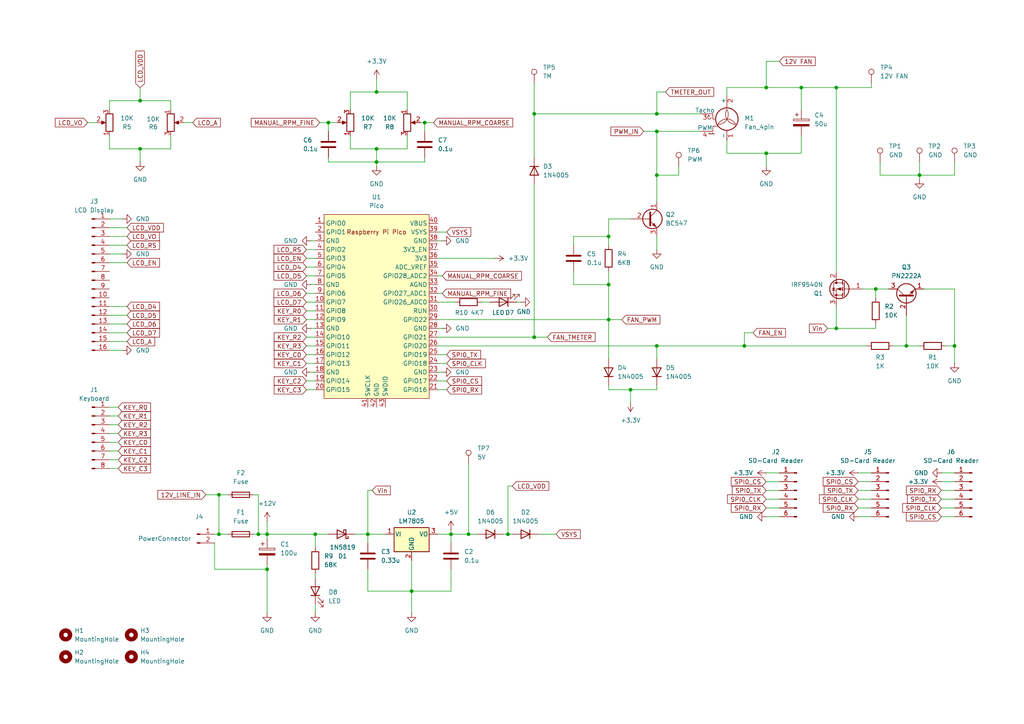
<source format=kicad_sch>
(kicad_sch (version 20231120) (generator "eeschema") (generator_version "8.0")
  (paper "A4")
  (junction (at 77.47 154.94))
  (junction (at 63.5 154.94))
  (junction (at 176.53 92.71))
  (junction (at 254 83.82))
  (junction (at 40.64 43.18))
  (junction (at 109.22 26.67))
  (junction (at 123.19 35.56))
  (junction (at 232.41 25.4))
  (junction (at 91.44 154.94))
  (junction (at 190.5 100.33))
  (junction (at 176.53 82.55))
  (junction (at 106.68 154.94))
  (junction (at 63.5 143.51))
  (junction (at 215.9 100.33))
  (junction (at 77.47 165.1))
  (junction (at 190.5 38.1))
  (junction (at 154.94 97.79))
  (junction (at 242.57 95.25))
  (junction (at 190.5 33.02))
  (junction (at 276.86 100.33))
  (junction (at 266.7 50.8))
  (junction (at 190.5 50.8))
  (junction (at 242.57 25.4))
  (junction (at 262.89 100.33))
  (junction (at 176.53 68.58))
  (junction (at 147.32 154.94))
  (junction (at 222.25 44.45))
  (junction (at 95.25 35.56))
  (junction (at 109.22 46.99))
  (junction (at 182.88 113.03))
  (junction (at 40.64 29.21))
  (junction (at 130.81 154.94))
  (junction (at 135.89 154.94))
  (junction (at 74.93 154.94))
  (junction (at 109.22 43.18))
  (junction (at 222.25 25.4))
  (junction (at 154.94 33.02))
  (junction (at 119.38 171.45))
  (wire (pts (xy 255.27 50.8) (xy 266.7 50.8)))
  (wire (pts (xy 90.17 95.25) (xy 91.44 95.25)))
  (wire (pts (xy 106.68 142.24) (xy 106.68 154.94)))
  (wire (pts (xy 248.92 137.16) (xy 252.73 137.16)))
  (wire (pts (xy 242.57 25.4) (xy 232.41 25.4)))
  (wire (pts (xy 248.92 144.78) (xy 252.73 144.78)))
  (wire (pts (xy 166.37 68.58) (xy 176.53 68.58)))
  (wire (pts (xy 118.11 26.67) (xy 118.11 31.75)))
  (wire (pts (xy 222.25 137.16) (xy 226.06 137.16)))
  (wire (pts (xy 222.25 139.7) (xy 226.06 139.7)))
  (wire (pts (xy 31.75 73.66) (xy 35.56 73.66)))
  (wire (pts (xy 73.66 154.94) (xy 74.93 154.94)))
  (wire (pts (xy 62.23 154.94) (xy 63.5 154.94)))
  (wire (pts (xy 252.73 24.13) (xy 252.73 25.4)))
  (wire (pts (xy 63.5 154.94) (xy 66.04 154.94)))
  (wire (pts (xy 193.04 26.67) (xy 190.5 26.67)))
  (wire (pts (xy 127 102.87) (xy 129.54 102.87)))
  (wire (pts (xy 254 83.82) (xy 254 86.36)))
  (wire (pts (xy 273.05 139.7) (xy 276.86 139.7)))
  (wire (pts (xy 176.53 68.58) (xy 176.53 71.12)))
  (wire (pts (xy 121.92 35.56) (xy 123.19 35.56)))
  (wire (pts (xy 31.75 91.44) (xy 36.83 91.44)))
  (wire (pts (xy 252.73 25.4) (xy 242.57 25.4)))
  (wire (pts (xy 127 92.71) (xy 176.53 92.71)))
  (wire (pts (xy 62.23 157.48) (xy 62.23 165.1)))
  (wire (pts (xy 273.05 144.78) (xy 276.86 144.78)))
  (wire (pts (xy 190.5 33.02) (xy 203.2 33.02)))
  (wire (pts (xy 186.69 38.1) (xy 190.5 38.1)))
  (wire (pts (xy 242.57 78.74) (xy 242.57 25.4)))
  (wire (pts (xy 196.85 50.8) (xy 190.5 50.8)))
  (wire (pts (xy 218.44 96.52) (xy 215.9 96.52)))
  (wire (pts (xy 210.82 27.94) (xy 210.82 25.4)))
  (wire (pts (xy 215.9 96.52) (xy 215.9 100.33)))
  (wire (pts (xy 95.25 45.72) (xy 95.25 46.99)))
  (wire (pts (xy 240.03 95.25) (xy 242.57 95.25)))
  (wire (pts (xy 109.22 46.99) (xy 123.19 46.99)))
  (wire (pts (xy 59.69 143.51) (xy 63.5 143.51)))
  (wire (pts (xy 88.9 92.71) (xy 91.44 92.71)))
  (wire (pts (xy 262.89 91.44) (xy 262.89 100.33)))
  (wire (pts (xy 267.97 83.82) (xy 276.86 83.82)))
  (wire (pts (xy 109.22 43.18) (xy 118.11 43.18)))
  (wire (pts (xy 88.9 90.17) (xy 91.44 90.17)))
  (wire (pts (xy 127 97.79) (xy 154.94 97.79)))
  (wire (pts (xy 266.7 46.99) (xy 266.7 50.8)))
  (wire (pts (xy 77.47 163.83) (xy 77.47 165.1)))
  (wire (pts (xy 88.9 102.87) (xy 91.44 102.87)))
  (wire (pts (xy 88.9 113.03) (xy 91.44 113.03)))
  (wire (pts (xy 109.22 22.86) (xy 109.22 26.67)))
  (wire (pts (xy 31.75 118.11) (xy 34.29 118.11)))
  (wire (pts (xy 31.75 99.06) (xy 36.83 99.06)))
  (wire (pts (xy 215.9 100.33) (xy 251.46 100.33)))
  (wire (pts (xy 106.68 154.94) (xy 111.76 154.94)))
  (wire (pts (xy 77.47 154.94) (xy 77.47 156.21)))
  (wire (pts (xy 222.25 149.86) (xy 226.06 149.86)))
  (wire (pts (xy 106.68 165.1) (xy 106.68 171.45)))
  (wire (pts (xy 40.64 25.4) (xy 40.64 29.21)))
  (wire (pts (xy 77.47 154.94) (xy 77.47 151.13)))
  (wire (pts (xy 182.88 63.5) (xy 176.53 63.5)))
  (wire (pts (xy 31.75 39.37) (xy 31.75 43.18)))
  (wire (pts (xy 166.37 82.55) (xy 176.53 82.55)))
  (wire (pts (xy 222.25 142.24) (xy 226.06 142.24)))
  (wire (pts (xy 31.75 63.5) (xy 35.56 63.5)))
  (wire (pts (xy 91.44 154.94) (xy 95.25 154.94)))
  (wire (pts (xy 92.71 35.56) (xy 95.25 35.56)))
  (wire (pts (xy 127 74.93) (xy 143.51 74.93)))
  (wire (pts (xy 262.89 100.33) (xy 266.7 100.33)))
  (wire (pts (xy 222.25 17.78) (xy 222.25 25.4)))
  (wire (pts (xy 53.34 35.56) (xy 55.88 35.56)))
  (wire (pts (xy 176.53 92.71) (xy 176.53 104.14)))
  (wire (pts (xy 123.19 45.72) (xy 123.19 46.99)))
  (wire (pts (xy 90.17 107.95) (xy 91.44 107.95)))
  (wire (pts (xy 109.22 43.18) (xy 109.22 46.99)))
  (wire (pts (xy 102.87 154.94) (xy 106.68 154.94)))
  (wire (pts (xy 210.82 25.4) (xy 222.25 25.4)))
  (wire (pts (xy 107.95 142.24) (xy 106.68 142.24)))
  (wire (pts (xy 182.88 116.84) (xy 182.88 113.03)))
  (wire (pts (xy 274.32 100.33) (xy 276.86 100.33)))
  (wire (pts (xy 148.59 140.97) (xy 147.32 140.97)))
  (wire (pts (xy 266.7 50.8) (xy 266.7 52.07)))
  (wire (pts (xy 106.68 171.45) (xy 119.38 171.45)))
  (wire (pts (xy 146.05 154.94) (xy 147.32 154.94)))
  (wire (pts (xy 31.75 76.2) (xy 36.83 76.2)))
  (wire (pts (xy 95.25 35.56) (xy 95.25 38.1)))
  (wire (pts (xy 31.75 43.18) (xy 40.64 43.18)))
  (wire (pts (xy 127 100.33) (xy 190.5 100.33)))
  (wire (pts (xy 91.44 175.26) (xy 91.44 177.8)))
  (wire (pts (xy 118.11 43.18) (xy 118.11 39.37)))
  (wire (pts (xy 127 154.94) (xy 130.81 154.94)))
  (wire (pts (xy 190.5 113.03) (xy 182.88 113.03)))
  (wire (pts (xy 127 85.09) (xy 128.27 85.09)))
  (wire (pts (xy 276.86 83.82) (xy 276.86 100.33)))
  (wire (pts (xy 222.25 25.4) (xy 232.41 25.4)))
  (wire (pts (xy 222.25 144.78) (xy 226.06 144.78)))
  (wire (pts (xy 176.53 82.55) (xy 176.53 92.71)))
  (wire (pts (xy 250.19 83.82) (xy 254 83.82)))
  (wire (pts (xy 127 110.49) (xy 129.54 110.49)))
  (wire (pts (xy 190.5 100.33) (xy 215.9 100.33)))
  (wire (pts (xy 101.6 39.37) (xy 101.6 43.18)))
  (wire (pts (xy 255.27 46.99) (xy 255.27 50.8)))
  (wire (pts (xy 31.75 128.27) (xy 34.29 128.27)))
  (wire (pts (xy 119.38 162.56) (xy 119.38 171.45)))
  (wire (pts (xy 127 95.25) (xy 128.27 95.25)))
  (wire (pts (xy 127 69.85) (xy 128.27 69.85)))
  (wire (pts (xy 149.86 87.63) (xy 151.13 87.63)))
  (wire (pts (xy 88.9 97.79) (xy 91.44 97.79)))
  (wire (pts (xy 95.25 35.56) (xy 97.79 35.56)))
  (wire (pts (xy 90.17 69.85) (xy 91.44 69.85)))
  (wire (pts (xy 77.47 165.1) (xy 77.47 177.8)))
  (wire (pts (xy 176.53 63.5) (xy 176.53 68.58)))
  (wire (pts (xy 276.86 50.8) (xy 266.7 50.8)))
  (wire (pts (xy 130.81 154.94) (xy 130.81 157.48)))
  (wire (pts (xy 31.75 135.89) (xy 34.29 135.89)))
  (wire (pts (xy 226.06 17.78) (xy 222.25 17.78)))
  (wire (pts (xy 31.75 130.81) (xy 34.29 130.81)))
  (wire (pts (xy 190.5 38.1) (xy 203.2 38.1)))
  (wire (pts (xy 91.44 154.94) (xy 91.44 158.75)))
  (wire (pts (xy 273.05 149.86) (xy 276.86 149.86)))
  (wire (pts (xy 273.05 142.24) (xy 276.86 142.24)))
  (wire (pts (xy 74.93 154.94) (xy 77.47 154.94)))
  (wire (pts (xy 95.25 46.99) (xy 109.22 46.99)))
  (wire (pts (xy 90.17 82.55) (xy 91.44 82.55)))
  (wire (pts (xy 119.38 171.45) (xy 130.81 171.45)))
  (wire (pts (xy 248.92 149.86) (xy 252.73 149.86)))
  (wire (pts (xy 130.81 154.94) (xy 130.81 153.67)))
  (wire (pts (xy 88.9 80.01) (xy 91.44 80.01)))
  (wire (pts (xy 154.94 97.79) (xy 158.75 97.79)))
  (wire (pts (xy 106.68 154.94) (xy 106.68 157.48)))
  (wire (pts (xy 147.32 140.97) (xy 147.32 154.94)))
  (wire (pts (xy 31.75 31.75) (xy 31.75 29.21)))
  (wire (pts (xy 176.53 92.71) (xy 180.34 92.71)))
  (wire (pts (xy 88.9 110.49) (xy 91.44 110.49)))
  (wire (pts (xy 130.81 165.1) (xy 130.81 171.45)))
  (wire (pts (xy 222.25 147.32) (xy 226.06 147.32)))
  (wire (pts (xy 127 105.41) (xy 129.54 105.41)))
  (wire (pts (xy 147.32 154.94) (xy 148.59 154.94)))
  (wire (pts (xy 88.9 100.33) (xy 91.44 100.33)))
  (wire (pts (xy 88.9 87.63) (xy 91.44 87.63)))
  (wire (pts (xy 31.75 71.12) (xy 36.83 71.12)))
  (wire (pts (xy 25.4 35.56) (xy 27.94 35.56)))
  (wire (pts (xy 40.64 29.21) (xy 49.53 29.21)))
  (wire (pts (xy 127 80.01) (xy 128.27 80.01)))
  (wire (pts (xy 31.75 68.58) (xy 36.83 68.58)))
  (wire (pts (xy 196.85 48.26) (xy 196.85 50.8)))
  (wire (pts (xy 66.04 143.51) (xy 63.5 143.51)))
  (wire (pts (xy 31.75 133.35) (xy 34.29 133.35)))
  (wire (pts (xy 88.9 77.47) (xy 91.44 77.47)))
  (wire (pts (xy 88.9 85.09) (xy 91.44 85.09)))
  (wire (pts (xy 210.82 40.64) (xy 210.82 44.45)))
  (wire (pts (xy 31.75 66.04) (xy 36.83 66.04)))
  (wire (pts (xy 273.05 147.32) (xy 276.86 147.32)))
  (wire (pts (xy 31.75 29.21) (xy 40.64 29.21)))
  (wire (pts (xy 248.92 142.24) (xy 252.73 142.24)))
  (wire (pts (xy 127 107.95) (xy 128.27 107.95)))
  (wire (pts (xy 63.5 143.51) (xy 63.5 154.94)))
  (wire (pts (xy 119.38 171.45) (xy 119.38 177.8)))
  (wire (pts (xy 31.75 101.6) (xy 35.56 101.6)))
  (wire (pts (xy 254 83.82) (xy 257.81 83.82)))
  (wire (pts (xy 135.89 134.62) (xy 135.89 154.94)))
  (wire (pts (xy 109.22 46.99) (xy 109.22 48.26)))
  (wire (pts (xy 31.75 93.98) (xy 36.83 93.98)))
  (wire (pts (xy 101.6 43.18) (xy 109.22 43.18)))
  (wire (pts (xy 276.86 46.99) (xy 276.86 50.8)))
  (wire (pts (xy 190.5 100.33) (xy 190.5 104.14)))
  (wire (pts (xy 49.53 43.18) (xy 49.53 39.37)))
  (wire (pts (xy 232.41 25.4) (xy 232.41 31.75)))
  (wire (pts (xy 135.89 154.94) (xy 138.43 154.94)))
  (wire (pts (xy 190.5 38.1) (xy 190.5 50.8)))
  (wire (pts (xy 222.25 44.45) (xy 232.41 44.45)))
  (wire (pts (xy 74.93 143.51) (xy 74.93 154.94)))
  (wire (pts (xy 154.94 24.13) (xy 154.94 33.02)))
  (wire (pts (xy 248.92 147.32) (xy 252.73 147.32)))
  (wire (pts (xy 40.64 43.18) (xy 49.53 43.18)))
  (wire (pts (xy 248.92 139.7) (xy 252.73 139.7)))
  (wire (pts (xy 154.94 45.72) (xy 154.94 33.02)))
  (wire (pts (xy 190.5 26.67) (xy 190.5 33.02)))
  (wire (pts (xy 31.75 123.19) (xy 34.29 123.19)))
  (wire (pts (xy 276.86 100.33) (xy 276.86 105.41)))
  (wire (pts (xy 88.9 74.93) (xy 91.44 74.93)))
  (wire (pts (xy 210.82 44.45) (xy 222.25 44.45)))
  (wire (pts (xy 101.6 31.75) (xy 101.6 26.67)))
  (wire (pts (xy 130.81 154.94) (xy 135.89 154.94)))
  (wire (pts (xy 273.05 137.16) (xy 276.86 137.16)))
  (wire (pts (xy 254 95.25) (xy 254 93.98)))
  (wire (pts (xy 31.75 96.52) (xy 36.83 96.52)))
  (wire (pts (xy 101.6 26.67) (xy 109.22 26.67)))
  (wire (pts (xy 242.57 88.9) (xy 242.57 95.25)))
  (wire (pts (xy 31.75 125.73) (xy 34.29 125.73)))
  (wire (pts (xy 190.5 111.76) (xy 190.5 113.03)))
  (wire (pts (xy 91.44 166.37) (xy 91.44 167.64)))
  (wire (pts (xy 190.5 68.58) (xy 190.5 72.39)))
  (wire (pts (xy 154.94 53.34) (xy 154.94 97.79)))
  (wire (pts (xy 242.57 95.25) (xy 254 95.25)))
  (wire (pts (xy 154.94 33.02) (xy 190.5 33.02)))
  (wire (pts (xy 222.25 44.45) (xy 222.25 48.26)))
  (wire (pts (xy 31.75 88.9) (xy 36.83 88.9)))
  (wire (pts (xy 166.37 71.12) (xy 166.37 68.58)))
  (wire (pts (xy 109.22 26.67) (xy 118.11 26.67)))
  (wire (pts (xy 166.37 78.74) (xy 166.37 82.55)))
  (wire (pts (xy 139.7 87.63) (xy 142.24 87.63)))
  (wire (pts (xy 77.47 154.94) (xy 91.44 154.94)))
  (wire (pts (xy 259.08 100.33) (xy 262.89 100.33)))
  (wire (pts (xy 190.5 50.8) (xy 190.5 58.42)))
  (wire (pts (xy 176.53 111.76) (xy 176.53 113.03)))
  (wire (pts (xy 232.41 44.45) (xy 232.41 39.37)))
  (wire (pts (xy 123.19 35.56) (xy 125.73 35.56)))
  (wire (pts (xy 182.88 113.03) (xy 176.53 113.03)))
  (wire (pts (xy 40.64 43.18) (xy 40.64 46.99)))
  (wire (pts (xy 123.19 35.56) (xy 123.19 38.1)))
  (wire (pts (xy 62.23 165.1) (xy 77.47 165.1)))
  (wire (pts (xy 88.9 105.41) (xy 91.44 105.41)))
  (wire (pts (xy 31.75 120.65) (xy 34.29 120.65)))
  (wire (pts (xy 127 87.63) (xy 132.08 87.63)))
  (wire (pts (xy 127 67.31) (xy 129.54 67.31)))
  (wire (pts (xy 156.21 154.94) (xy 161.29 154.94)))
  (wire (pts (xy 88.9 72.39) (xy 91.44 72.39)))
  (wire (pts (xy 49.53 29.21) (xy 49.53 31.75)))
  (wire (pts (xy 176.53 82.55) (xy 176.53 78.74)))
  (wire (pts (xy 127 113.03) (xy 129.54 113.03)))
  (wire (pts (xy 73.66 143.51) (xy 74.93 143.51)))
  (global_label "SPI0_RX" (shape input) (at 248.92 147.32 180) (property "Intersheetrefs" "${INTERSHEET_REFS}" (effects (hide yes))))
  (global_label "SPI0_RX" (shape input) (at 222.25 147.32 180) (property "Intersheetrefs" "${INTERSHEET_REFS}" (effects (hide yes))))
  (global_label "KEY_R3" (shape input) (at 88.9 100.33 180) (property "Intersheetrefs" "${INTERSHEET_REFS}" (effects (hide yes))))
  (global_label "KEY_C3" (shape input) (at 88.9 113.03 180) (property "Intersheetrefs" "${INTERSHEET_REFS}" (effects (hide yes))))
  (global_label "MANUAL_RPM_COARSE" (shape input) (at 128.27 80.01 0) (property "Intersheetrefs" "${INTERSHEET_REFS}" (effects (hide yes))))
  (global_label "LCD_D5" (shape input) (at 88.9 80.01 180) (property "Intersheetrefs" "${INTERSHEET_REFS}" (effects (hide yes))))
  (global_label "MANUAL_RPM_COARSE" (shape input) (at 125.73 35.56 0) (property "Intersheetrefs" "${INTERSHEET_REFS}" (effects (hide yes))))
  (global_label "KEY_R3" (shape input) (at 34.29 125.73 0) (property "Intersheetrefs" "${INTERSHEET_REFS}" (effects (hide yes))))
  (global_label "SPI0_RX" (shape input) (at 129.54 113.03 0) (property "Intersheetrefs" "${INTERSHEET_REFS}" (effects (hide yes))))
  (global_label "KEY_R0" (shape input) (at 34.29 118.11 0) (property "Intersheetrefs" "${INTERSHEET_REFS}" (effects (hide yes))))
  (global_label "SPI0_CS" (shape input) (at 222.25 139.7 180) (property "Intersheetrefs" "${INTERSHEET_REFS}" (effects (hide yes))))
  (global_label "LCD_D7" (shape input) (at 88.9 87.63 180) (property "Intersheetrefs" "${INTERSHEET_REFS}" (effects (hide yes))))
  (global_label "TMETER_OUT" (shape input) (at 193.04 26.67 0) (property "Intersheetrefs" "${INTERSHEET_REFS}" (effects (hide yes))))
  (global_label "LCD_D4" (shape input) (at 36.83 88.9 0) (property "Intersheetrefs" "${INTERSHEET_REFS}" (effects (hide yes))))
  (global_label "VSYS" (shape input) (at 161.29 154.94 0) (property "Intersheetrefs" "${INTERSHEET_REFS}" (effects (hide yes))))
  (global_label "KEY_C2" (shape input) (at 34.29 133.35 0) (property "Intersheetrefs" "${INTERSHEET_REFS}" (effects (hide yes))))
  (global_label "VSYS" (shape input) (at 129.54 67.31 0) (property "Intersheetrefs" "${INTERSHEET_REFS}" (effects (hide yes))))
  (global_label "LCD_RS" (shape input) (at 36.83 71.12 0) (property "Intersheetrefs" "${INTERSHEET_REFS}" (effects (hide yes))))
  (global_label "FAN_PWM" (shape input) (at 180.34 92.71 0) (property "Intersheetrefs" "${INTERSHEET_REFS}" (effects (hide yes))))
  (global_label "SPI0_CLK" (shape input) (at 248.92 144.78 180) (property "Intersheetrefs" "${INTERSHEET_REFS}" (effects (hide yes))))
  (global_label "LCD_EN" (shape input) (at 36.83 76.2 0) (property "Intersheetrefs" "${INTERSHEET_REFS}" (effects (hide yes))))
  (global_label "LCD_EN" (shape input) (at 88.9 74.93 180) (property "Intersheetrefs" "${INTERSHEET_REFS}" (effects (hide yes))))
  (global_label "KEY_C0" (shape input) (at 34.29 128.27 0) (property "Intersheetrefs" "${INTERSHEET_REFS}" (effects (hide yes))))
  (global_label "LCD_VO" (shape input) (at 25.4 35.56 180) (property "Intersheetrefs" "${INTERSHEET_REFS}" (effects (hide yes))))
  (global_label "SPI0_TX" (shape input) (at 222.25 142.24 180) (property "Intersheetrefs" "${INTERSHEET_REFS}" (effects (hide yes))))
  (global_label "KEY_C1" (shape input) (at 88.9 105.41 180) (property "Intersheetrefs" "${INTERSHEET_REFS}" (effects (hide yes))))
  (global_label "KEY_R2" (shape input) (at 34.29 123.19 0) (property "Intersheetrefs" "${INTERSHEET_REFS}" (effects (hide yes))))
  (global_label "KEY_R2" (shape input) (at 88.9 97.79 180) (property "Intersheetrefs" "${INTERSHEET_REFS}" (effects (hide yes))))
  (global_label "LCD_VDD" (shape input) (at 40.64 25.4 90) (property "Intersheetrefs" "${INTERSHEET_REFS}" (effects (hide yes))))
  (global_label "MANUAL_RPM_FINE" (shape input) (at 128.27 85.09 0) (property "Intersheetrefs" "${INTERSHEET_REFS}" (effects (hide yes))))
  (global_label "LCD_A" (shape input) (at 55.88 35.56 0) (property "Intersheetrefs" "${INTERSHEET_REFS}" (effects (hide yes))))
  (global_label "SPI0_TX" (shape input) (at 129.54 102.87 0) (property "Intersheetrefs" "${INTERSHEET_REFS}" (effects (hide yes))))
  (global_label "KEY_C3" (shape input) (at 34.29 135.89 0) (property "Intersheetrefs" "${INTERSHEET_REFS}" (effects (hide yes))))
  (global_label "KEY_C2" (shape input) (at 88.9 110.49 180) (property "Intersheetrefs" "${INTERSHEET_REFS}" (effects (hide yes))))
  (global_label "LCD_D6" (shape input) (at 88.9 85.09 180) (property "Intersheetrefs" "${INTERSHEET_REFS}" (effects (hide yes))))
  (global_label "SPI0_RX" (shape input) (at 273.05 142.24 180) (property "Intersheetrefs" "${INTERSHEET_REFS}" (effects (hide yes))))
  (global_label "PWM_IN" (shape input) (at 186.69 38.1 180) (property "Intersheetrefs" "${INTERSHEET_REFS}" (effects (hide yes))))
  (global_label "SPI0_CS" (shape input) (at 129.54 110.49 0) (property "Intersheetrefs" "${INTERSHEET_REFS}" (effects (hide yes))))
  (global_label "KEY_C1" (shape input) (at 34.29 130.81 0) (property "Intersheetrefs" "${INTERSHEET_REFS}" (effects (hide yes))))
  (global_label "SPI0_CLK" (shape input) (at 273.05 147.32 180) (property "Intersheetrefs" "${INTERSHEET_REFS}" (effects (hide yes))))
  (global_label "FAN_TMETER" (shape input) (at 158.75 97.79 0) (property "Intersheetrefs" "${INTERSHEET_REFS}" (effects (hide yes))))
  (global_label "KEY_C0" (shape input) (at 88.9 102.87 180) (property "Intersheetrefs" "${INTERSHEET_REFS}" (effects (hide yes))))
  (global_label "LCD_D7" (shape input) (at 36.83 96.52 0) (property "Intersheetrefs" "${INTERSHEET_REFS}" (effects (hide yes))))
  (global_label "SPI0_TX" (shape input) (at 273.05 144.78 180) (property "Intersheetrefs" "${INTERSHEET_REFS}" (effects (hide yes))))
  (global_label "SPI0_TX" (shape input) (at 248.92 142.24 180) (property "Intersheetrefs" "${INTERSHEET_REFS}" (effects (hide yes))))
  (global_label "LCD_D4" (shape input) (at 88.9 77.47 180) (property "Intersheetrefs" "${INTERSHEET_REFS}" (effects (hide yes))))
  (global_label "SPI0_CS" (shape input) (at 273.05 149.86 180) (property "Intersheetrefs" "${INTERSHEET_REFS}" (effects (hide yes))))
  (global_label "LCD_VDD" (shape input) (at 36.83 66.04 0) (property "Intersheetrefs" "${INTERSHEET_REFS}" (effects (hide yes))))
  (global_label "SPI0_CS" (shape input) (at 248.92 139.7 180) (property "Intersheetrefs" "${INTERSHEET_REFS}" (effects (hide yes))))
  (global_label "LCD_RS" (shape input) (at 88.9 72.39 180) (property "Intersheetrefs" "${INTERSHEET_REFS}" (effects (hide yes))))
  (global_label "LCD_VDD" (shape input) (at 148.59 140.97 0) (property "Intersheetrefs" "${INTERSHEET_REFS}" (effects (hide yes))))
  (global_label "12V_LINE_IN" (shape input) (at 59.69 143.51 180) (property "Intersheetrefs" "${INTERSHEET_REFS}" (effects (hide yes))))
  (global_label "KEY_R0" (shape input) (at 88.9 90.17 180) (property "Intersheetrefs" "${INTERSHEET_REFS}" (effects (hide yes))))
  (global_label "LCD_D6" (shape input) (at 36.83 93.98 0) (property "Intersheetrefs" "${INTERSHEET_REFS}" (effects (hide yes))))
  (global_label "Vin" (shape input) (at 107.95 142.24 0) (property "Intersheetrefs" "${INTERSHEET_REFS}" (effects (hide yes))))
  (global_label "KEY_R1" (shape input) (at 88.9 92.71 180) (property "Intersheetrefs" "${INTERSHEET_REFS}" (effects (hide yes))))
  (global_label "12V FAN" (shape input) (at 226.06 17.78 0) (property "Intersheetrefs" "${INTERSHEET_REFS}" (effects (hide yes))))
  (global_label "Vin" (shape input) (at 240.03 95.25 180) (property "Intersheetrefs" "${INTERSHEET_REFS}" (effects (hide yes))))
  (global_label "KEY_R1" (shape input) (at 34.29 120.65 0) (property "Intersheetrefs" "${INTERSHEET_REFS}" (effects (hide yes))))
  (global_label "SPI0_CLK" (shape input) (at 129.54 105.41 0) (property "Intersheetrefs" "${INTERSHEET_REFS}" (effects (hide yes))))
  (global_label "LCD_A" (shape input) (at 36.83 99.06 0) (property "Intersheetrefs" "${INTERSHEET_REFS}" (effects (hide yes))))
  (global_label "SPI0_CLK" (shape input) (at 222.25 144.78 180) (property "Intersheetrefs" "${INTERSHEET_REFS}" (effects (hide yes))))
  (global_label "LCD_VO" (shape input) (at 36.83 68.58 0) (property "Intersheetrefs" "${INTERSHEET_REFS}" (effects (hide yes))))
  (global_label "MANUAL_RPM_FINE" (shape input) (at 92.71 35.56 180) (property "Intersheetrefs" "${INTERSHEET_REFS}" (effects (hide yes))))
  (global_label "FAN_EN" (shape input) (at 218.44 96.52 0) (property "Intersheetrefs" "${INTERSHEET_REFS}" (effects (hide yes))))
  (global_label "LCD_D5" (shape input) (at 36.83 91.44 0) (property "Intersheetrefs" "${INTERSHEET_REFS}" (effects (hide yes))))
  (symbol (lib_id "Connector:Conn_01x06_Pin") (at 231.14 142.24 0) (mirror y) (unit 1)
    (property "Reference" "J2" (at 225.044 131.064 0))
    (property "Value" "SD-Card Reader" (at 225.044 133.604 0))
    (property "Footprint" "Connector_PinHeader_2.54mm:PinHeader_1x06_P2.54mm_Vertical" (effects (hide yes)))
    (property "Description" "Generic connector, single row, 01x06, script generated" (effects (hide yes)))
  )
  (symbol (lib_id "Connector:TestPoint") (at 252.73 24.13 0) (unit 1)
    (property "Reference" "TP4" (at 255.27 19.5579 0) (effects (justify left)))
    (property "Value" "12V FAN" (at 255.27 22.0979 0) (effects (justify left)))
    (property "Footprint" "Connector_PinHeader_2.54mm:PinHeader_1x01_P2.54mm_Vertical" (effects (hide yes)))
    (property "Description" "test point" (effects (hide yes)))
  )
  (symbol (lib_id "power:+3.3V") (at 109.22 22.86 0) (unit 1)
    (property "Reference" "#PWR14" (effects (hide yes)))
    (property "Value" "+3.3V" (at 109.22 17.78 0))
    (property "Description" "Power symbol creates a global label with name \"+3.3V\"" (effects (hide yes)))
  )
  (symbol (lib_id "Motor:Fan_4pin") (at 210.82 35.56 0) (unit 1)
    (property "Reference" "M1" (at 215.9 34.2899 0) (effects (justify left)))
    (property "Value" "Fan_4pin" (at 215.9 36.8299 0) (effects (justify left)))
    (property "Footprint" "Connector_PinHeader_2.54mm:PinHeader_1x04_P2.54mm_Vertical" (effects (hide yes)))
    (property "Datasheet" "http://www.formfactors.org/developer%5Cspecs%5Crev1_2_public.pdf" (effects (hide yes)))
    (property "Description" "Fan, tacho output, PWM input, 4-pin connector" (effects (hide yes)))
  )
  (symbol (lib_id "Connector:Conn_01x08_Pin") (at 26.67 125.73 0) (unit 1)
    (property "Reference" "J1" (at 27.305 113.03 0))
    (property "Value" "Keyboard" (at 27.305 115.57 0))
    (property "Footprint" "Connector_PinHeader_2.54mm:PinHeader_1x08_P2.54mm_Vertical" (effects (hide yes)))
    (property "Description" "Generic connector, single row, 01x08, script generated" (effects (hide yes)))
  )
  (symbol (lib_id "power:GND") (at 35.56 73.66 90) (unit 1)
    (property "Reference" "#PWR3" (effects (hide yes)))
    (property "Value" "GND" (at 39.37 73.6599 90) (effects (justify right)))
    (property "Description" "Power symbol creates a global label with name \"GND\" , ground" (effects (hide yes)))
  )
  (symbol (lib_id "Transistor_BJT:PN2222A") (at 262.89 86.36 90) (unit 1)
    (property "Reference" "Q3" (at 262.89 77.47 90))
    (property "Value" "PN2222A" (at 262.89 80.01 90))
    (property "Footprint" "BirdbrainSpinCoater:TO-92_Dual" (effects (hide yes)))
    (property "Datasheet" "https://www.onsemi.com/pub/Collateral/PN2222-D.PDF" (effects (hide yes)))
    (property "Description" "1A Ic, 40V Vce, NPN Transistor, General Purpose Transistor, TO-92" (effects (hide yes)))
  )
  (symbol (lib_id "power:GND") (at 151.13 87.63 90) (unit 1)
    (property "Reference" "#PWR25" (effects (hide yes)))
    (property "Value" "GND" (at 149.86 90.424 90) (effects (justify right)))
    (property "Description" "Power symbol creates a global label with name \"GND\" , ground" (effects (hide yes)))
  )
  (symbol (lib_id "Transistor_BJT:BC547") (at 187.96 63.5 0) (unit 1)
    (property "Reference" "Q2" (at 193.04 62.2299 0) (effects (justify left)))
    (property "Value" "BC547" (at 193.04 64.7699 0) (effects (justify left)))
    (property "Footprint" "BirdbrainSpinCoater:TO-92_Dual" (effects (hide yes)))
    (property "Datasheet" "https://www.onsemi.com/pub/Collateral/BC550-D.pdf" (effects (hide yes)))
    (property "Description" "0.1A Ic, 45V Vce, Small Signal NPN Transistor, TO-92" (effects (hide yes)))
  )
  (symbol (lib_id "Device:C") (at 166.37 74.93 0) (unit 1)
    (property "Reference" "C5" (at 170.18 73.6599 0) (effects (justify left)))
    (property "Value" "0.1u" (at 170.18 76.1999 0) (effects (justify left)))
    (property "Footprint" "BirdbrainSpinCoater:DualFootprint_C1206_Radial" (effects (hide yes)))
    (property "Description" "Unpolarized capacitor" (effects (hide yes)))
  )
  (symbol (lib_id "Connector:Conn_01x16_Pin") (at 26.67 81.28 0) (unit 1)
    (property "Reference" "J3" (at 27.305 58.42 0))
    (property "Value" "LCD Display" (at 27.305 60.96 0))
    (property "Footprint" "Connector_PinHeader_2.54mm:PinHeader_1x16_P2.54mm_Vertical" (effects (hide yes)))
    (property "Description" "Generic connector, single row, 01x16, script generated" (effects (hide yes)))
  )
  (symbol (lib_id "power:GND") (at 128.27 95.25 90) (unit 1)
    (property "Reference" "#PWR10" (effects (hide yes)))
    (property "Value" "GND" (at 132.08 95.2499 90) (effects (justify right)))
    (property "Description" "Power symbol creates a global label with name \"GND\" , ground" (effects (hide yes)))
  )
  (symbol (lib_id "Device:R") (at 255.27 100.33 90) (unit 1)
    (property "Reference" "R3" (at 255.27 103.632 90))
    (property "Value" "1K" (at 255.27 106.172 90))
    (property "Footprint" "BirdbrainSpinCoater:DualFootprint_R1206_Axial7.62" (effects (hide yes)))
    (property "Description" "Resistor" (effects (hide yes)))
  )
  (symbol (lib_id "power:GND") (at 128.27 107.95 90) (unit 1)
    (property "Reference" "#PWR11" (effects (hide yes)))
    (property "Value" "GND" (at 132.08 107.9499 90) (effects (justify right)))
    (property "Description" "Power symbol creates a global label with name \"GND\" , ground" (effects (hide yes)))
  )
  (symbol (lib_id "Device:R_Potentiometer") (at 118.11 35.56 0) (unit 1)
    (property "Reference" "R8" (at 113.03 36.83 0))
    (property "Value" "10K" (at 113.03 34.29 0))
    (property "Footprint" "Potentiometer_THT:Potentiometer_Bourns_3296W_Vertical" (effects (hide yes)))
    (property "Description" "Potentiometer" (effects (hide yes)))
  )
  (symbol (lib_id "Device:R_Potentiometer") (at 101.6 35.56 180) (unit 1)
    (property "Reference" "R7" (at 106.68 36.83 0))
    (property "Value" "10K" (at 106.68 34.29 0))
    (property "Footprint" "Potentiometer_THT:Potentiometer_Bourns_3296W_Vertical" (effects (hide yes)))
    (property "Description" "Potentiometer" (effects (hide yes)))
  )
  (symbol (lib_id "power:+12V") (at 77.47 151.13 0) (unit 1)
    (property "Reference" "#PWR16" (effects (hide yes)))
    (property "Value" "+12V" (at 77.47 146.05 0))
    (property "Description" "Power symbol creates a global label with name \"+12V\"" (effects (hide yes)))
  )
  (symbol (lib_id "Connector:Conn_01x06_Pin") (at 281.94 142.24 0) (mirror y) (unit 1)
    (property "Reference" "J6" (at 275.844 131.064 0))
    (property "Value" "SD-Card Reader" (at 275.844 133.604 0))
    (property "Footprint" "Connector_PinHeader_2.54mm:PinHeader_1x06_P2.54mm_Vertical" (effects (hide yes)))
    (property "Description" "Generic connector, single row, 01x06, script generated" (effects (hide yes)))
  )
  (symbol (lib_id "Regulator_Linear:LM7805_TO220") (at 119.38 154.94 0) (unit 1)
    (property "Reference" "U2" (at 119.38 148.59 0))
    (property "Value" "LM7805" (at 119.38 151.13 0))
    (property "Footprint" "Package_TO_SOT_THT:TO-220-3_Vertical" (effects (hide yes)))
    (property "Datasheet" "https://www.onsemi.cn/PowerSolutions/document/MC7800-D.PDF" (effects (hide yes)))
    (property "Description" "Positive 1A 35V Linear Regulator, Fixed Output 5V, TO-220" (effects (hide yes)))
  )
  (symbol (lib_id "Connector:Conn_01x06_Pin") (at 257.81 142.24 0) (mirror y) (unit 1)
    (property "Reference" "J5" (at 251.714 131.064 0))
    (property "Value" "SD-Card Reader" (at 251.714 133.604 0))
    (property "Footprint" "Connector_PinHeader_2.54mm:PinHeader_1x06_P2.54mm_Vertical" (effects (hide yes)))
    (property "Description" "Generic connector, single row, 01x06, script generated" (effects (hide yes)))
  )
  (symbol (lib_id "Mechanical:MountingHole") (at 38.1 184.15 0) (unit 1) (exclude_from_sim yes) (in_bom no)
    (property "Reference" "H3" (at 40.64 182.8799 0) (effects (justify left)))
    (property "Value" "MountingHole" (at 40.64 185.4199 0) (effects (justify left)))
    (property "Footprint" "MountingHole:MountingHole_3.2mm_M3" (effects (hide yes)))
    (property "Description" "Mounting Hole without connection" (effects (hide yes)))
  )
  (symbol (lib_id "power:GND") (at 119.38 177.8 0) (unit 1)
    (property "Reference" "#PWR19" (effects (hide yes)))
    (property "Value" "GND" (at 119.38 182.88 0))
    (property "Description" "Power symbol creates a global label with name \"GND\" , ground" (effects (hide yes)))
  )
  (symbol (lib_id "power:+3.3V") (at 222.25 137.16 90) (unit 1)
    (property "Reference" "#PWR13" (effects (hide yes)))
    (property "Value" "+3.3V" (at 218.44 137.1599 90) (effects (justify left)))
    (property "Description" "Power symbol creates a global label with name \"+3.3V\"" (effects (hide yes)))
  )
  (symbol (lib_id "power:GND") (at 91.44 177.8 0) (unit 1)
    (property "Reference" "#PWR20" (effects (hide yes)))
    (property "Value" "GND" (at 91.44 182.88 0))
    (property "Description" "Power symbol creates a global label with name \"GND\" , ground" (effects (hide yes)))
  )
  (symbol (lib_id "Device:R_Potentiometer") (at 31.75 35.56 180) (unit 1)
    (property "Reference" "R5" (at 36.83 36.83 0))
    (property "Value" "10K" (at 36.83 34.29 0))
    (property "Footprint" "Potentiometer_THT:Potentiometer_Bourns_3296W_Vertical" (effects (hide yes)))
    (property "Description" "Potentiometer" (effects (hide yes)))
  )
  (symbol (lib_id "power:GND") (at 276.86 105.41 0) (unit 1)
    (property "Reference" "#PWR18" (effects (hide yes)))
    (property "Value" "GND" (at 276.86 110.49 0))
    (property "Description" "Power symbol creates a global label with name \"GND\" , ground" (effects (hide yes)))
  )
  (symbol (lib_id "Device:C_Polarized") (at 232.41 35.56 0) (unit 1)
    (property "Reference" "C4" (at 236.22 33.4009 0) (effects (justify left)))
    (property "Value" "50u" (at 236.22 35.9409 0) (effects (justify left)))
    (property "Footprint" "Capacitor_THT:CP_Radial_D5.0mm_P2.00mm" (effects (hide yes)))
    (property "Description" "Polarized capacitor" (effects (hide yes)))
  )
  (symbol (lib_id "Connector:TestPoint") (at 196.85 48.26 0) (unit 1)
    (property "Reference" "TP6" (at 199.39 43.6879 0) (effects (justify left)))
    (property "Value" "PWM" (at 199.39 46.2279 0) (effects (justify left)))
    (property "Footprint" "Connector_PinHeader_2.54mm:PinHeader_1x01_P2.54mm_Vertical" (effects (hide yes)))
    (property "Description" "test point" (effects (hide yes)))
  )
  (symbol (lib_id "power:GND") (at 266.7 52.07 0) (unit 1)
    (property "Reference" "#PWR31" (effects (hide yes)))
    (property "Value" "GND" (at 266.7 57.15 0))
    (property "Description" "Power symbol creates a global label with name \"GND\" , ground" (effects (hide yes)))
  )
  (symbol (lib_id "Diode:1N4005") (at 142.24 154.94 180) (unit 1)
    (property "Reference" "D6" (at 142.24 148.59 0))
    (property "Value" "1N4005" (at 142.24 151.13 0))
    (property "Footprint" "BirdbrainSpinCoater:D_DO-41_SOD81_SOD123_P10.16mm_Horizontal" (effects (hide yes)))
    (property "Datasheet" "http://www.vishay.com/docs/88503/1n4001.pdf" (effects (hide yes)))
    (property "Description" "600V 1A General Purpose Rectifier Diode, DO-41" (effects (hide yes)))
    (property "Sim.Device" "D" (effects (hide yes)))
    (property "Sim.Pins" "1=K 2=A" (effects (hide yes)))
  )
  (symbol (lib_id "power:GND") (at 90.17 107.95 270) (unit 1)
    (property "Reference" "#PWR9" (effects (hide yes)))
    (property "Value" "GND" (at 86.36 107.9499 90) (effects (justify right)))
    (property "Description" "Power symbol creates a global label with name \"GND\" , ground" (effects (hide yes)))
  )
  (symbol (lib_id "Connector:TestPoint") (at 154.94 24.13 0) (unit 1)
    (property "Reference" "TP5" (at 157.48 19.5579 0) (effects (justify left)))
    (property "Value" "TM" (at 157.48 22.0979 0) (effects (justify left)))
    (property "Footprint" "Connector_PinHeader_2.54mm:PinHeader_1x01_P2.54mm_Vertical" (effects (hide yes)))
    (property "Description" "test point" (effects (hide yes)))
  )
  (symbol (lib_id "Transistor_FET:IRF9540N") (at 245.11 83.82 0) (mirror y) (unit 1)
    (property "Reference" "Q1" (at 238.76 85.0901 0) (effects (justify left)))
    (property "Value" "IRF9540N" (at 238.76 82.5501 0) (effects (justify left)))
    (property "Footprint" "Package_TO_SOT_THT:TO-220-3_Vertical" (effects (hide yes)))
    (property "Datasheet" "http://www.irf.com/product-info/datasheets/data/irf9540n.pdf" (effects (hide yes)))
    (property "Description" "-23A Id, -100V Vds, 117mOhm Rds, P-Channel HEXFET Power MOSFET, TO-220" (effects (hide yes)))
  )
  (symbol (lib_id "Mechanical:MountingHole") (at 19.05 184.15 0) (unit 1) (exclude_from_sim yes) (in_bom no)
    (property "Reference" "H1" (at 21.59 182.8799 0) (effects (justify left)))
    (property "Value" "MountingHole" (at 21.59 185.4199 0) (effects (justify left)))
    (property "Footprint" "MountingHole:MountingHole_3.2mm_M3" (effects (hide yes)))
    (property "Description" "Mounting Hole without connection" (effects (hide yes)))
  )
  (symbol (lib_id "power:+5V") (at 130.81 153.67 0) (unit 1)
    (property "Reference" "#PWR21" (effects (hide yes)))
    (property "Value" "+5V" (at 130.81 148.59 0))
    (property "Description" "Power symbol creates a global label with name \"+5V\"" (effects (hide yes)))
  )
  (symbol (lib_id "Device:C") (at 106.68 161.29 0) (unit 1)
    (property "Reference" "C3" (at 110.49 160.0199 0) (effects (justify left)))
    (property "Value" "0.33u" (at 110.49 162.5599 0) (effects (justify left)))
    (property "Footprint" "BirdbrainSpinCoater:DualFootprint_C1206_Radial" (effects (hide yes)))
    (property "Description" "Unpolarized capacitor" (effects (hide yes)))
  )
  (symbol (lib_id "Diode:1N4005") (at 154.94 49.53 270) (unit 1)
    (property "Reference" "D3" (at 157.48 48.2599 90) (effects (justify left)))
    (property "Value" "1N4005" (at 157.48 50.7999 90) (effects (justify left)))
    (property "Footprint" "BirdbrainSpinCoater:D_DO-41_SOD81_SOD123_P10.16mm_Horizontal" (effects (hide yes)))
    (property "Datasheet" "http://www.vishay.com/docs/88503/1n4001.pdf" (effects (hide yes)))
    (property "Description" "600V 1A General Purpose Rectifier Diode, DO-41" (effects (hide yes)))
    (property "Sim.Device" "D" (effects (hide yes)))
    (property "Sim.Pins" "1=K 2=A" (effects (hide yes)))
  )
  (symbol (lib_id "Device:R") (at 270.51 100.33 90) (unit 1)
    (property "Reference" "R1" (at 270.51 103.632 90))
    (property "Value" "10K" (at 270.51 106.172 90))
    (property "Footprint" "BirdbrainSpinCoater:DualFootprint_R1206_Axial7.62" (effects (hide yes)))
    (property "Description" "Resistor" (effects (hide yes)))
  )
  (symbol (lib_id "power:GND") (at 77.47 177.8 0) (unit 1)
    (property "Reference" "#PWR17" (effects (hide yes)))
    (property "Value" "GND" (at 77.47 182.88 0))
    (property "Description" "Power symbol creates a global label with name \"GND\" , ground" (effects (hide yes)))
  )
  (symbol (lib_id "Mechanical:MountingHole") (at 38.1 190.5 0) (unit 1) (exclude_from_sim yes) (in_bom no)
    (property "Reference" "H4" (at 40.64 189.2299 0) (effects (justify left)))
    (property "Value" "MountingHole" (at 40.64 191.7699 0) (effects (justify left)))
    (property "Footprint" "MountingHole:MountingHole_3.2mm_M3" (effects (hide yes)))
    (property "Description" "Mounting Hole without connection" (effects (hide yes)))
  )
  (symbol (lib_id "Diode:1N4005") (at 190.5 107.95 90) (unit 1)
    (property "Reference" "D5" (at 193.04 106.6799 90) (effects (justify right)))
    (property "Value" "1N4005" (at 193.04 109.2199 90) (effects (justify right)))
    (property "Footprint" "BirdbrainSpinCoater:D_DO-41_SOD81_SOD123_P10.16mm_Horizontal" (effects (hide yes)))
    (property "Datasheet" "http://www.vishay.com/docs/88503/1n4001.pdf" (effects (hide yes)))
    (property "Description" "600V 1A General Purpose Rectifier Diode, DO-41" (effects (hide yes)))
    (property "Sim.Device" "D" (effects (hide yes)))
    (property "Sim.Pins" "1=K 2=A" (effects (hide yes)))
  )
  (symbol (lib_id "Connector:Conn_01x02_Pin") (at 57.15 154.94 0) (unit 1)
    (property "Reference" "J4" (at 57.785 149.86 0))
    (property "Value" "PowerConnector" (at 47.752 156.21 0))
    (property "Footprint" "TerminalBlock_Phoenix:TerminalBlock_Phoenix_MKDS-1,5-2-5.08_1x02_P5.08mm_Horizontal" (effects (hide yes)))
    (property "Description" "Generic connector, single row, 01x02, script generated" (effects (hide yes)))
  )
  (symbol (lib_id "power:GND") (at 190.5 72.39 0) (unit 1)
    (property "Reference" "#PWR24" (effects (hide yes)))
    (property "Value" "GND" (at 190.5 77.47 0))
    (property "Description" "Power symbol creates a global label with name \"GND\" , ground" (effects (hide yes)))
  )
  (symbol (lib_id "power:GND") (at 90.17 82.55 270) (unit 1)
    (property "Reference" "#PWR6" (effects (hide yes)))
    (property "Value" "GND" (at 86.36 82.5499 90) (effects (justify right)))
    (property "Description" "Power symbol creates a global label with name \"GND\" , ground" (effects (hide yes)))
  )
  (symbol (lib_id "Device:C") (at 130.81 161.29 0) (unit 1)
    (property "Reference" "C2" (at 134.62 160.0199 0) (effects (justify left)))
    (property "Value" "0.1u" (at 134.62 162.5599 0) (effects (justify left)))
    (property "Footprint" "BirdbrainSpinCoater:DualFootprint_C1206_Radial" (effects (hide yes)))
    (property "Description" "Unpolarized capacitor" (effects (hide yes)))
  )
  (symbol (lib_id "Device:R_Potentiometer") (at 49.53 35.56 0) (unit 1)
    (property "Reference" "R6" (at 44.45 36.83 0))
    (property "Value" "10K" (at 44.45 34.544 0))
    (property "Footprint" "Potentiometer_THT:Potentiometer_Bourns_3296W_Vertical" (effects (hide yes)))
    (property "Description" "Potentiometer" (effects (hide yes)))
  )
  (symbol (lib_id "Device:Fuse") (at 69.85 143.51 90) (unit 1)
    (property "Reference" "F2" (at 69.85 137.16 90))
    (property "Value" "Fuse" (at 69.85 139.7 90))
    (property "Footprint" "Fuse:Fuse_1210_3225Metric" (effects (hide yes)))
    (property "Description" "Fuse" (effects (hide yes)))
  )
  (symbol (lib_id "Device:C") (at 123.19 41.91 0) (unit 1)
    (property "Reference" "C7" (at 127 40.6399 0) (effects (justify left)))
    (property "Value" "0.1u" (at 127 43.1799 0) (effects (justify left)))
    (property "Footprint" "BirdbrainSpinCoater:DualFootprint_C1206_Radial" (effects (hide yes)))
    (property "Description" "Unpolarized capacitor" (effects (hide yes)))
  )
  (symbol (lib_id "power:+3.3V") (at 182.88 116.84 180) (unit 1)
    (property "Reference" "#PWR23" (effects (hide yes)))
    (property "Value" "+3.3V" (at 182.88 121.92 0))
    (property "Description" "Power symbol creates a global label with name \"+3.3V\"" (effects (hide yes)))
  )
  (symbol (lib_id "Device:R") (at 91.44 162.56 0) (unit 1)
    (property "Reference" "R9" (at 93.98 161.2899 0) (effects (justify left)))
    (property "Value" "68K" (at 93.98 163.8299 0) (effects (justify left)))
    (property "Footprint" "BirdbrainSpinCoater:DualFootprint_R1206_Axial7.62" (effects (hide yes)))
    (property "Description" "Resistor" (effects (hide yes)))
  )
  (symbol (lib_id "Diode:1N5819") (at 99.06 154.94 180) (unit 1)
    (property "Reference" "D1" (at 99.3775 161.29 0))
    (property "Value" "1N5819" (at 99.3775 158.75 0))
    (property "Footprint" "BirdbrainSpinCoater:D_DO-41_SOD81_SOD123_P10.16mm_Horizontal" (effects (hide yes)))
    (property "Datasheet" "http://www.vishay.com/docs/88525/1n5817.pdf" (effects (hide yes)))
    (property "Description" "40V 1A Schottky Barrier Rectifier Diode, DO-41" (effects (hide yes)))
  )
  (symbol (lib_id "Connector:TestPoint") (at 255.27 46.99 0) (unit 1)
    (property "Reference" "TP1" (at 257.81 42.4179 0) (effects (justify left)))
    (property "Value" "GND" (at 257.81 44.9579 0) (effects (justify left)))
    (property "Footprint" "Connector_PinHeader_2.54mm:PinHeader_1x01_P2.54mm_Vertical" (effects (hide yes)))
    (property "Description" "test point" (effects (hide yes)))
  )
  (symbol (lib_id "power:GND") (at 40.64 46.99 0) (unit 1)
    (property "Reference" "#PWR26" (effects (hide yes)))
    (property "Value" "GND" (at 40.64 52.07 0))
    (property "Description" "Power symbol creates a global label with name \"GND\" , ground" (effects (hide yes)))
  )
  (symbol (lib_id "Device:Fuse") (at 69.85 154.94 90) (unit 1)
    (property "Reference" "F1" (at 69.85 148.59 90))
    (property "Value" "Fuse" (at 69.85 151.13 90))
    (property "Footprint" "Fuse:Fuseholder_Clip-5x20mm_Littelfuse_100_Inline_P20.50x4.60mm_D1.30mm_Horizontal" (effects (hide yes)))
    (property "Description" "Fuse" (effects (hide yes)))
  )
  (symbol (lib_id "BirdbrainSpinCoater:Pico") (at 109.22 88.9 0) (unit 1)
    (property "Reference" "U1" (at 109.22 57.15 0))
    (property "Value" "Pico" (at 109.22 59.69 0))
    (property "Footprint" "BirdbrainSpinCoater:RPi_Pico_SMD_TH" (effects (hide yes)))
  )
  (symbol (lib_id "power:GND") (at 109.22 48.26 0) (unit 1)
    (property "Reference" "#PWR15" (effects (hide yes)))
    (property "Value" "GND" (at 109.22 53.34 0))
    (property "Description" "Power symbol creates a global label with name \"GND\" , ground" (effects (hide yes)))
  )
  (symbol (lib_id "Connector:TestPoint") (at 276.86 46.99 0) (unit 1)
    (property "Reference" "TP3" (at 279.4 42.4179 0) (effects (justify left)))
    (property "Value" "GND" (at 279.4 44.9579 0) (effects (justify left)))
    (property "Footprint" "Connector_PinHeader_2.54mm:PinHeader_1x01_P2.54mm_Vertical" (effects (hide yes)))
    (property "Description" "test point" (effects (hide yes)))
  )
  (symbol (lib_id "power:GND") (at 128.27 69.85 90) (unit 1)
    (property "Reference" "#PWR12" (effects (hide yes)))
    (property "Value" "GND" (at 132.08 69.8499 90) (effects (justify right)))
    (property "Description" "Power symbol creates a global label with name \"GND\" , ground" (effects (hide yes)))
  )
  (symbol (lib_id "Mechanical:MountingHole") (at 19.05 190.5 0) (unit 1) (exclude_from_sim yes) (in_bom no)
    (property "Reference" "H2" (at 21.59 189.2299 0) (effects (justify left)))
    (property "Value" "MountingHole" (at 21.59 191.7699 0) (effects (justify left)))
    (property "Footprint" "MountingHole:MountingHole_3.2mm_M3" (effects (hide yes)))
    (property "Description" "Mounting Hole without connection" (effects (hide yes)))
  )
  (symbol (lib_id "power:+3.3V") (at 273.05 139.7 90) (unit 1)
    (property "Reference" "#PWR29" (effects (hide yes)))
    (property "Value" "+3.3V" (at 269.24 139.6999 90) (effects (justify left)))
    (property "Description" "Power symbol creates a global label with name \"+3.3V\"" (effects (hide yes)))
  )
  (symbol (lib_id "power:+3.3V") (at 248.92 137.16 90) (unit 1)
    (property "Reference" "#PWR27" (effects (hide yes)))
    (property "Value" "+3.3V" (at 245.11 137.1599 90) (effects (justify left)))
    (property "Description" "Power symbol creates a global label with name \"+3.3V\"" (effects (hide yes)))
  )
  (symbol (lib_id "power:GND") (at 35.56 101.6 90) (unit 1)
    (property "Reference" "#PWR2" (effects (hide yes)))
    (property "Value" "GND" (at 39.37 101.5999 90) (effects (justify right)))
    (property "Description" "Power symbol creates a global label with name \"GND\" , ground" (effects (hide yes)))
  )
  (symbol (lib_id "Device:C") (at 95.25 41.91 0) (unit 1)
    (property "Reference" "C6" (at 87.884 40.64 0) (effects (justify left)))
    (property "Value" "0.1u" (at 87.884 43.18 0) (effects (justify left)))
    (property "Footprint" "BirdbrainSpinCoater:DualFootprint_C1206_Radial" (effects (hide yes)))
    (property "Description" "Unpolarized capacitor" (effects (hide yes)))
  )
  (symbol (lib_id "power:GND") (at 222.25 48.26 0) (unit 1)
    (property "Reference" "#PWR22" (effects (hide yes)))
    (property "Value" "GND" (at 222.25 53.34 0))
    (property "Description" "Power symbol creates a global label with name \"GND\" , ground" (effects (hide yes)))
  )
  (symbol (lib_id "Device:R") (at 254 90.17 0) (unit 1)
    (property "Reference" "R2" (at 256.54 88.8999 0) (effects (justify left)))
    (property "Value" "10K" (at 256.54 91.4399 0) (effects (justify left)))
    (property "Footprint" "BirdbrainSpinCoater:DualFootprint_R1206_Axial7.62" (effects (hide yes)))
    (property "Description" "Resistor" (effects (hide yes)))
  )
  (symbol (lib_id "power:+3.3V") (at 143.51 74.93 270) (unit 1)
    (property "Reference" "#PWR5" (effects (hide yes)))
    (property "Value" "+3.3V" (at 147.32 74.9299 90) (effects (justify left)))
    (property "Description" "Power symbol creates a global label with name \"+3.3V\"" (effects (hide yes)))
  )
  (symbol (lib_id "Device:R") (at 135.89 87.63 90) (unit 1)
    (property "Reference" "R10" (at 133.858 90.678 90))
    (property "Value" "4K7" (at 138.43 90.678 90))
    (property "Footprint" "BirdbrainSpinCoater:DualFootprint_R1206_Axial7.62" (effects (hide yes)))
    (property "Description" "Resistor" (effects (hide yes)))
  )
  (symbol (lib_id "Device:C_Polarized") (at 77.47 160.02 0) (unit 1)
    (property "Reference" "C1" (at 81.28 157.8609 0) (effects (justify left)))
    (property "Value" "100u" (at 81.28 160.4009 0) (effects (justify left)))
    (property "Footprint" "Capacitor_THT:CP_Radial_D5.0mm_P2.00mm" (effects (hide yes)))
    (property "Description" "Polarized capacitor" (effects (hide yes)))
  )
  (symbol (lib_id "power:GND") (at 222.25 149.86 270) (unit 1)
    (property "Reference" "#PWR4" (effects (hide yes)))
    (property "Value" "GND" (at 218.44 149.8599 90) (effects (justify right)))
    (property "Description" "Power symbol creates a global label with name \"GND\" , ground" (effects (hide yes)))
  )
  (symbol (lib_id "Diode:1N4005") (at 176.53 107.95 90) (unit 1)
    (property "Reference" "D4" (at 179.07 106.6799 90) (effects (justify right)))
    (property "Value" "1N4005" (at 179.07 109.2199 90) (effects (justify right)))
    (property "Footprint" "BirdbrainSpinCoater:D_DO-41_SOD81_SOD123_P10.16mm_Horizontal" (effects (hide yes)))
    (property "Datasheet" "http://www.vishay.com/docs/88503/1n4001.pdf" (effects (hide yes)))
    (property "Description" "600V 1A General Purpose Rectifier Diode, DO-41" (effects (hide yes)))
    (property "Sim.Device" "D" (effects (hide yes)))
    (property "Sim.Pins" "1=K 2=A" (effects (hide yes)))
  )
  (symbol (lib_id "Device:LED") (at 91.44 171.45 90) (unit 1)
    (property "Reference" "D8" (at 95.25 171.7674 90) (effects (justify right)))
    (property "Value" "LED" (at 95.25 174.3074 90) (effects (justify right)))
    (property "Footprint" "LED_THT:LED_D5.0mm" (effects (hide yes)))
    (property "Description" "Light emitting diode" (effects (hide yes)))
  )
  (symbol (lib_id "Device:R") (at 176.53 74.93 0) (unit 1)
    (property "Reference" "R4" (at 179.07 73.6599 0) (effects (justify left)))
    (property "Value" "6K8" (at 179.07 76.1999 0) (effects (justify left)))
    (property "Footprint" "BirdbrainSpinCoater:DualFootprint_R1206_Axial7.62" (effects (hide yes)))
    (property "Description" "Resistor" (effects (hide yes)))
  )
  (symbol (lib_id "power:GND") (at 35.56 63.5 90) (unit 1)
    (property "Reference" "#PWR1" (effects (hide yes)))
    (property "Value" "GND" (at 39.37 63.4999 90) (effects (justify right)))
    (property "Description" "Power symbol creates a global label with name \"GND\" , ground" (effects (hide yes)))
  )
  (symbol (lib_id "power:GND") (at 273.05 137.16 270) (unit 1)
    (property "Reference" "#PWR30" (effects (hide yes)))
    (property "Value" "GND" (at 269.24 137.1599 90) (effects (justify right)))
    (property "Description" "Power symbol creates a global label with name \"GND\" , ground" (effects (hide yes)))
  )
  (symbol (lib_id "power:GND") (at 90.17 69.85 270) (unit 1)
    (property "Reference" "#PWR7" (effects (hide yes)))
    (property "Value" "GND" (at 86.36 69.8499 90) (effects (justify right)))
    (property "Description" "Power symbol creates a global label with name \"GND\" , ground" (effects (hide yes)))
  )
  (symbol (lib_id "power:GND") (at 90.17 95.25 270) (unit 1)
    (property "Reference" "#PWR8" (effects (hide yes)))
    (property "Value" "GND" (at 86.36 95.2499 90) (effects (justify right)))
    (property "Description" "Power symbol creates a global label with name \"GND\" , ground" (effects (hide yes)))
  )
  (symbol (lib_id "Diode:1N4005") (at 152.4 154.94 180) (unit 1)
    (property "Reference" "D2" (at 152.4 148.59 0))
    (property "Value" "1N4005" (at 152.4 151.13 0))
    (property "Footprint" "BirdbrainSpinCoater:D_DO-41_SOD81_SOD123_P10.16mm_Horizontal" (effects (hide yes)))
    (property "Datasheet" "http://www.vishay.com/docs/88503/1n4001.pdf" (effects (hide yes)))
    (property "Description" "600V 1A General Purpose Rectifier Diode, DO-41" (effects (hide yes)))
    (property "Sim.Device" "D" (effects (hide yes)))
    (property "Sim.Pins" "1=K 2=A" (effects (hide yes)))
  )
  (symbol (lib_id "power:GND") (at 248.92 149.86 270) (unit 1)
    (property "Reference" "#PWR28" (effects (hide yes)))
    (property "Value" "GND" (at 245.11 149.8599 90) (effects (justify right)))
    (property "Description" "Power symbol creates a global label with name \"GND\" , ground" (effects (hide yes)))
  )
  (symbol (lib_id "Connector:TestPoint") (at 135.89 134.62 0) (unit 1)
    (property "Reference" "TP7" (at 138.43 130.0479 0) (effects (justify left)))
    (property "Value" "5V" (at 138.43 132.5879 0) (effects (justify left)))
    (property "Footprint" "Connector_PinHeader_2.54mm:PinHeader_1x01_P2.54mm_Vertical" (effects (hide yes)))
    (property "Description" "test point" (effects (hide yes)))
  )
  (symbol (lib_id "Connector:TestPoint") (at 266.7 46.99 0) (unit 1)
    (property "Reference" "TP2" (at 269.24 42.4179 0) (effects (justify left)))
    (property "Value" "GND" (at 269.24 44.9579 0) (effects (justify left)))
    (property "Footprint" "Connector_PinHeader_2.54mm:PinHeader_1x01_P2.54mm_Vertical" (effects (hide yes)))
    (property "Description" "test point" (effects (hide yes)))
  )
  (symbol (lib_id "Device:LED") (at 146.05 87.63 180) (unit 1)
    (property "Reference" "D7" (at 147.828 90.678 0))
    (property "Value" "LED" (at 144.526 90.678 0))
    (property "Footprint" "LED_THT:LED_D5.0mm" (effects (hide yes)))
    (property "Description" "Light emitting diode" (effects (hide yes)))
  )
)
</source>
